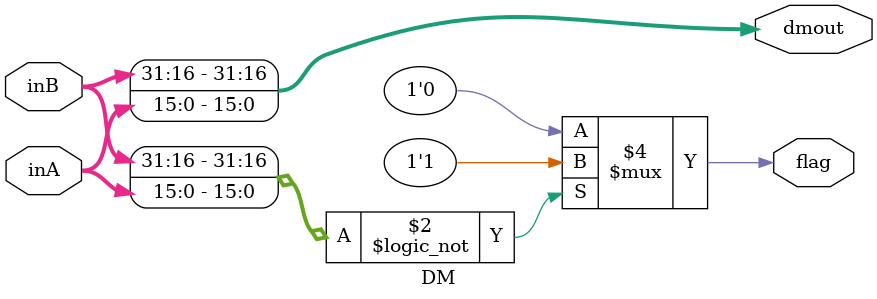
<source format=v>
`timescale 1ns / 1ps


module DM(inA, inB, dmout, flag);
    input [31:0] inA;
    input [31:0] inB;
    output reg [31:0] dmout;
    output reg flag;
    
    always@(*) begin
        dmout = {inB[31:16],inA[15:0]};
        if(dmout==0)
            flag = 1;
        else
            flag = 0;
    end
endmodule
</source>
